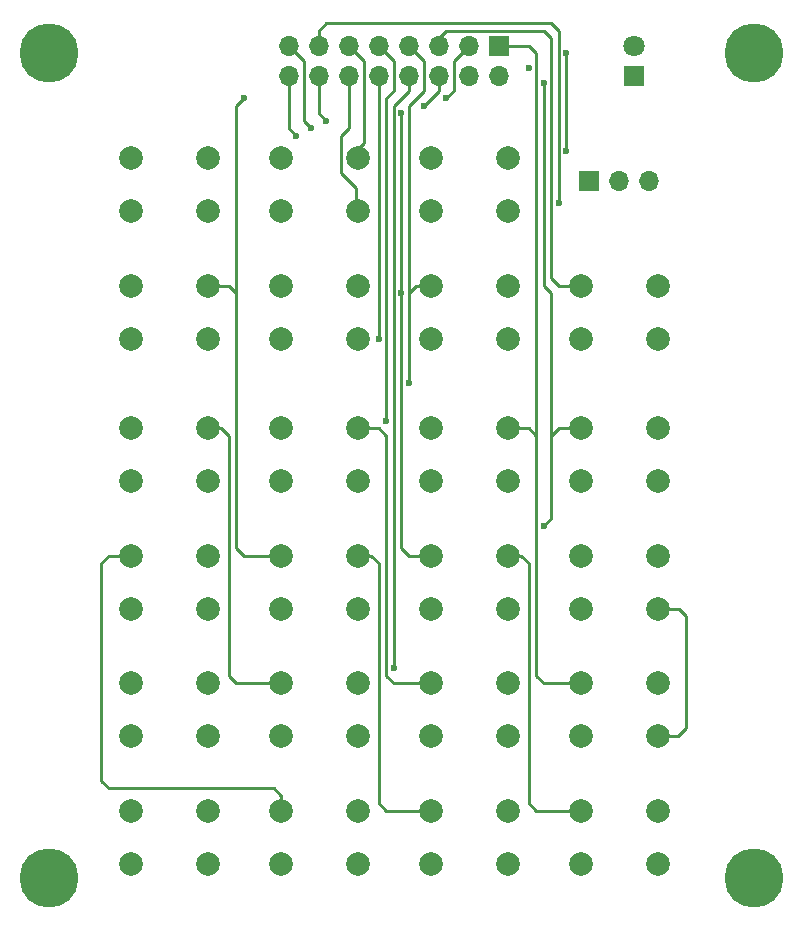
<source format=gbl>
G04 #@! TF.FileFunction,Copper,L2,Bot,Signal*
%FSLAX46Y46*%
G04 Gerber Fmt 4.6, Leading zero omitted, Abs format (unit mm)*
G04 Created by KiCad (PCBNEW 4.0.7) date 09/13/19 13:38:05*
%MOMM*%
%LPD*%
G01*
G04 APERTURE LIST*
%ADD10C,0.100000*%
%ADD11R,1.800000X1.800000*%
%ADD12C,1.800000*%
%ADD13R,1.700000X1.700000*%
%ADD14O,1.700000X1.700000*%
%ADD15C,2.000000*%
%ADD16C,5.000000*%
%ADD17C,0.600000*%
%ADD18C,0.250000*%
G04 APERTURE END LIST*
D10*
D11*
X140970000Y-60325000D03*
D12*
X140970000Y-57785000D03*
D13*
X129540000Y-57785000D03*
D14*
X129540000Y-60325000D03*
X127000000Y-57785000D03*
X127000000Y-60325000D03*
X124460000Y-57785000D03*
X124460000Y-60325000D03*
X121920000Y-57785000D03*
X121920000Y-60325000D03*
X119380000Y-57785000D03*
X119380000Y-60325000D03*
X116840000Y-57785000D03*
X116840000Y-60325000D03*
X114300000Y-57785000D03*
X114300000Y-60325000D03*
X111760000Y-57785000D03*
X111760000Y-60325000D03*
D15*
X98425000Y-127055000D03*
X98425000Y-122555000D03*
X104925000Y-127055000D03*
X104925000Y-122555000D03*
X136525000Y-116260000D03*
X136525000Y-111760000D03*
X143025000Y-116260000D03*
X143025000Y-111760000D03*
X123825000Y-94670000D03*
X123825000Y-90170000D03*
X130325000Y-94670000D03*
X130325000Y-90170000D03*
X111125000Y-127055000D03*
X111125000Y-122555000D03*
X117625000Y-127055000D03*
X117625000Y-122555000D03*
X98425000Y-105465000D03*
X98425000Y-100965000D03*
X104925000Y-105465000D03*
X104925000Y-100965000D03*
X136525000Y-94670000D03*
X136525000Y-90170000D03*
X143025000Y-94670000D03*
X143025000Y-90170000D03*
X123825000Y-127055000D03*
X123825000Y-122555000D03*
X130325000Y-127055000D03*
X130325000Y-122555000D03*
X111125000Y-105465000D03*
X111125000Y-100965000D03*
X117625000Y-105465000D03*
X117625000Y-100965000D03*
X98425000Y-82605000D03*
X98425000Y-78105000D03*
X104925000Y-82605000D03*
X104925000Y-78105000D03*
X136525000Y-127055000D03*
X136525000Y-122555000D03*
X143025000Y-127055000D03*
X143025000Y-122555000D03*
X123825000Y-105465000D03*
X123825000Y-100965000D03*
X130325000Y-105465000D03*
X130325000Y-100965000D03*
X111125000Y-82605000D03*
X111125000Y-78105000D03*
X117625000Y-82605000D03*
X117625000Y-78105000D03*
X98425000Y-116260000D03*
X98425000Y-111760000D03*
X104925000Y-116260000D03*
X104925000Y-111760000D03*
X136525000Y-105465000D03*
X136525000Y-100965000D03*
X143025000Y-105465000D03*
X143025000Y-100965000D03*
X136525000Y-82605000D03*
X136525000Y-78105000D03*
X143025000Y-82605000D03*
X143025000Y-78105000D03*
X111125000Y-116260000D03*
X111125000Y-111760000D03*
X117625000Y-116260000D03*
X117625000Y-111760000D03*
X98425000Y-94670000D03*
X98425000Y-90170000D03*
X104925000Y-94670000D03*
X104925000Y-90170000D03*
X98425000Y-71810000D03*
X98425000Y-67310000D03*
X104925000Y-71810000D03*
X104925000Y-67310000D03*
X123825000Y-116260000D03*
X123825000Y-111760000D03*
X130325000Y-116260000D03*
X130325000Y-111760000D03*
X111125000Y-94670000D03*
X111125000Y-90170000D03*
X117625000Y-94670000D03*
X117625000Y-90170000D03*
X123825000Y-82605000D03*
X123825000Y-78105000D03*
X130325000Y-82605000D03*
X130325000Y-78105000D03*
X123825000Y-71810000D03*
X123825000Y-67310000D03*
X130325000Y-71810000D03*
X130325000Y-67310000D03*
X111125000Y-71810000D03*
X111125000Y-67310000D03*
X117625000Y-71810000D03*
X117625000Y-67310000D03*
D16*
X91440000Y-58420000D03*
X151130000Y-58420000D03*
X91440000Y-128270000D03*
X151130000Y-128270000D03*
D13*
X137160000Y-69215000D03*
D14*
X139700000Y-69215000D03*
X142240000Y-69215000D03*
D17*
X114935000Y-64135000D03*
X135255000Y-58420000D03*
X135255000Y-66675000D03*
X132080000Y-59690000D03*
X134620000Y-71120000D03*
X113665000Y-64770000D03*
X112395000Y-65405000D03*
X133350000Y-60960000D03*
X133350000Y-98425000D03*
X125095000Y-62230000D03*
X107950000Y-62230000D03*
X121285000Y-63500000D03*
X121285000Y-78740000D03*
X123190000Y-62865000D03*
X121920000Y-86360000D03*
X120650000Y-110490000D03*
X120015000Y-89535000D03*
X119380000Y-82605000D03*
D18*
X114300000Y-60325000D02*
X114300000Y-63500000D01*
X114300000Y-63500000D02*
X114935000Y-64135000D01*
X117625000Y-67310000D02*
X117625000Y-66525000D01*
X117625000Y-66525000D02*
X118110000Y-66040000D01*
X118110000Y-59055000D02*
X116840000Y-57785000D01*
X118110000Y-66040000D02*
X118110000Y-59055000D01*
X135255000Y-66675000D02*
X135255000Y-58420000D01*
X116205000Y-68580000D02*
X117475000Y-69850000D01*
X117475000Y-69850000D02*
X117475000Y-71660000D01*
X117475000Y-71660000D02*
X117625000Y-71810000D01*
X116840000Y-60325000D02*
X116840000Y-64770000D01*
X116205000Y-65405000D02*
X116205000Y-68580000D01*
X116840000Y-64770000D02*
X116205000Y-65405000D01*
X114300000Y-56515000D02*
X114300000Y-57785000D01*
X114935000Y-55880000D02*
X114300000Y-56515000D01*
X133985000Y-55880000D02*
X114935000Y-55880000D01*
X134620000Y-56515000D02*
X133985000Y-55880000D01*
X134620000Y-66675000D02*
X134620000Y-56515000D01*
X134620000Y-71120000D02*
X134620000Y-66675000D01*
X111760000Y-57785000D02*
X113030000Y-59055000D01*
X113030000Y-64135000D02*
X113665000Y-64770000D01*
X113030000Y-59055000D02*
X113030000Y-64135000D01*
X111760000Y-64770000D02*
X111760000Y-60325000D01*
X112395000Y-65405000D02*
X111760000Y-64770000D01*
X129540000Y-57785000D02*
X132080000Y-57785000D01*
X132715000Y-74930000D02*
X132715000Y-90805000D01*
X132715000Y-65405000D02*
X132715000Y-74930000D01*
X132715000Y-58420000D02*
X132715000Y-65405000D01*
X132080000Y-57785000D02*
X132715000Y-58420000D01*
X130325000Y-90170000D02*
X132080000Y-90170000D01*
X133350000Y-111760000D02*
X136525000Y-111760000D01*
X132715000Y-111125000D02*
X133350000Y-111760000D01*
X132715000Y-90805000D02*
X132715000Y-111125000D01*
X132080000Y-90170000D02*
X132715000Y-90805000D01*
X133350000Y-66675000D02*
X133350000Y-60960000D01*
X133985000Y-90805000D02*
X133985000Y-81915000D01*
X133350000Y-78105000D02*
X133350000Y-66675000D01*
X133985000Y-78740000D02*
X133350000Y-78105000D01*
X133985000Y-81915000D02*
X133985000Y-78740000D01*
X134620000Y-90170000D02*
X136525000Y-90170000D01*
X133985000Y-90805000D02*
X134620000Y-90170000D01*
X133985000Y-97790000D02*
X133985000Y-90805000D01*
X133350000Y-98425000D02*
X133985000Y-97790000D01*
X98425000Y-100965000D02*
X96520000Y-100965000D01*
X111125000Y-121285000D02*
X111125000Y-122555000D01*
X110490000Y-120650000D02*
X111125000Y-121285000D01*
X96520000Y-120650000D02*
X110490000Y-120650000D01*
X95885000Y-120015000D02*
X96520000Y-120650000D01*
X95885000Y-101600000D02*
X95885000Y-120015000D01*
X96520000Y-100965000D02*
X95885000Y-101600000D01*
X107315000Y-78740000D02*
X107315000Y-62865000D01*
X125730000Y-59055000D02*
X127000000Y-57785000D01*
X125730000Y-61595000D02*
X125730000Y-59055000D01*
X125095000Y-62230000D02*
X125730000Y-61595000D01*
X107315000Y-62865000D02*
X107950000Y-62230000D01*
X104925000Y-78105000D02*
X106680000Y-78105000D01*
X107950000Y-100965000D02*
X111125000Y-100965000D01*
X107315000Y-100330000D02*
X107950000Y-100965000D01*
X107315000Y-78740000D02*
X107315000Y-100330000D01*
X106680000Y-78105000D02*
X107315000Y-78740000D01*
X117625000Y-100965000D02*
X118110000Y-100965000D01*
X118110000Y-100965000D02*
X118745000Y-100965000D01*
X120015000Y-122555000D02*
X123825000Y-122555000D01*
X119380000Y-121920000D02*
X120015000Y-122555000D01*
X119380000Y-101600000D02*
X119380000Y-121920000D01*
X118745000Y-100965000D02*
X119380000Y-101600000D01*
X121285000Y-66675000D02*
X121285000Y-78740000D01*
X121285000Y-66675000D02*
X121285000Y-63500000D01*
X123825000Y-100965000D02*
X121920000Y-100965000D01*
X121285000Y-100330000D02*
X121285000Y-78740000D01*
X121920000Y-100965000D02*
X121285000Y-100330000D01*
X130325000Y-100965000D02*
X131445000Y-100965000D01*
X132715000Y-122555000D02*
X136525000Y-122555000D01*
X132080000Y-121920000D02*
X132715000Y-122555000D01*
X132080000Y-101600000D02*
X132080000Y-121920000D01*
X131445000Y-100965000D02*
X132080000Y-101600000D01*
X133985000Y-66675000D02*
X133985000Y-57150000D01*
X134620000Y-78105000D02*
X133985000Y-77470000D01*
X133985000Y-77470000D02*
X133985000Y-66675000D01*
X136525000Y-78105000D02*
X134620000Y-78105000D01*
X125095000Y-56515000D02*
X124460000Y-57150000D01*
X133350000Y-56515000D02*
X125095000Y-56515000D01*
X133985000Y-57150000D02*
X133350000Y-56515000D01*
X124460000Y-57150000D02*
X124460000Y-57785000D01*
X124460000Y-60325000D02*
X124460000Y-61595000D01*
X124460000Y-61595000D02*
X123190000Y-62865000D01*
X104925000Y-90170000D02*
X106045000Y-90170000D01*
X107315000Y-111760000D02*
X111125000Y-111760000D01*
X106680000Y-111125000D02*
X107315000Y-111760000D01*
X106680000Y-90805000D02*
X106680000Y-111125000D01*
X106045000Y-90170000D02*
X106680000Y-90805000D01*
X121920000Y-66675000D02*
X121920000Y-62865000D01*
X121920000Y-78740000D02*
X121920000Y-78105000D01*
X121920000Y-78105000D02*
X121920000Y-66675000D01*
X123190000Y-59055000D02*
X121920000Y-57785000D01*
X123190000Y-61595000D02*
X123190000Y-59055000D01*
X121920000Y-62865000D02*
X123190000Y-61595000D01*
X122555000Y-78105000D02*
X123825000Y-78105000D01*
X121920000Y-78740000D02*
X122555000Y-78105000D01*
X121920000Y-86360000D02*
X121920000Y-78740000D01*
X117625000Y-90170000D02*
X119380000Y-90170000D01*
X120650000Y-111760000D02*
X123825000Y-111760000D01*
X120015000Y-111125000D02*
X120650000Y-111760000D01*
X120015000Y-90805000D02*
X120015000Y-111125000D01*
X119380000Y-90170000D02*
X120015000Y-90805000D01*
X120650000Y-66675000D02*
X120650000Y-62865000D01*
X120650000Y-76835000D02*
X120650000Y-88265000D01*
X120650000Y-110490000D02*
X120650000Y-88265000D01*
X120650000Y-66675000D02*
X120650000Y-76835000D01*
X121920000Y-61595000D02*
X121920000Y-60325000D01*
X120650000Y-62865000D02*
X121920000Y-61595000D01*
X123825000Y-116260000D02*
X123825000Y-116205000D01*
X119380000Y-57785000D02*
X120650000Y-59055000D01*
X120015000Y-89535000D02*
X120015000Y-76835000D01*
X120015000Y-66675000D02*
X120015000Y-76835000D01*
X120015000Y-62230000D02*
X120015000Y-66675000D01*
X120650000Y-61595000D02*
X120015000Y-62230000D01*
X120650000Y-59055000D02*
X120650000Y-61595000D01*
X143025000Y-116260000D02*
X144725000Y-116260000D01*
X144835000Y-105465000D02*
X143025000Y-105465000D01*
X145415000Y-106045000D02*
X144835000Y-105465000D01*
X145415000Y-115570000D02*
X145415000Y-106045000D01*
X144725000Y-116260000D02*
X145415000Y-115570000D01*
X119380000Y-71120000D02*
X119380000Y-66040000D01*
X119380000Y-60325000D02*
X119380000Y-66040000D01*
X119380000Y-71120000D02*
X119380000Y-82605000D01*
M02*

</source>
